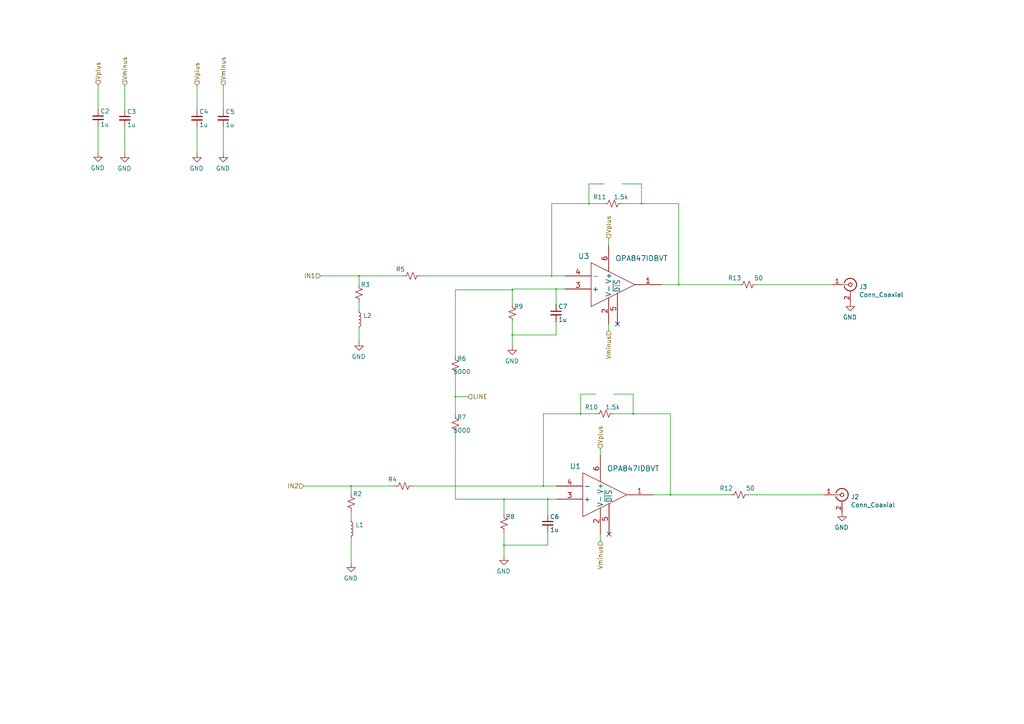
<source format=kicad_sch>
(kicad_sch (version 20211123) (generator eeschema)
  (paper "A4")
  (lib_symbols
    (symbol "Connector:Conn_Coaxial" (pin_names hide)
      (property "Reference" "J" (at 0.254 3.048 0))
      (property "Value" "Conn_Coaxial" (at 2.921 0 90))
      (symbol "Conn_Coaxial_0_1"
        (arc (start -1.778 -0.508) (mid 0.2311 -1.8066) (end 1.778 0) (stroke (width 0.254)))
        (polyline (pts (xy -2.54 0) (xy -0.508 0)))
        (polyline (pts (xy 0 -2.54) (xy 0 -1.778)))
        (circle (center 0 0) (radius 0.508) (stroke (width 0.2032)))
        (arc (start 1.778 0) (mid 0.2099 1.8101) (end -1.778 0.508) (stroke (width 0.254)))
      )
      (symbol "Conn_Coaxial_1_1"
        (pin passive line (at -5.08 0 0) (length 2.54) (name "In") (number "1"))
        (pin passive line (at 0 -5.08 90) (length 2.54) (name "Ext") (number "2"))
      )
    )
    (symbol "Device:C_Small" (pin_numbers hide) (pin_names (offset 0.254) hide)
      (property "Reference" "C" (at 0.254 1.778 0))
      (property "Value" "C_Small" (at 0.254 -2.032 0))
      (symbol "C_Small_0_1"
        (polyline (pts (xy -1.524 -0.508) (xy 1.524 -0.508)) (stroke (width 0.3302)))
        (polyline (pts (xy -1.524 0.508) (xy 1.524 0.508)) (stroke (width 0.3048)))
      )
      (symbol "C_Small_1_1"
        (pin passive line (at 0 2.54 270) (length 2.032) (name "~") (number "1"))
        (pin passive line (at 0 -2.54 90) (length 2.032) (name "~") (number "2"))
      )
    )
    (symbol "Device:L_Small" (pin_numbers hide) (pin_names (offset 0.254) hide)
      (property "Reference" "L" (at 0.762 1.016 0))
      (property "Value" "L_Small" (at 0.762 -1.016 0))
      (symbol "L_Small_0_1"
        (arc (start 0 -2.032) (mid 0.508 -1.524) (end 0 -1.016))
        (arc (start 0 -1.016) (mid 0.508 -0.508) (end 0 0))
        (arc (start 0 0) (mid 0.508 0.508) (end 0 1.016))
        (arc (start 0 1.016) (mid 0.508 1.524) (end 0 2.032))
      )
      (symbol "L_Small_1_1"
        (pin passive line (at 0 2.54 270) (length 0.508) (name "~") (number "1"))
        (pin passive line (at 0 -2.54 90) (length 0.508) (name "~") (number "2"))
      )
    )
    (symbol "Device:R_Small_US" (pin_numbers hide) (pin_names (offset 0.254) hide)
      (property "Reference" "R" (at 0.762 0.508 0))
      (property "Value" "R_Small_US" (at 0.762 -1.016 0))
      (symbol "R_Small_US_1_1"
        (polyline (pts (xy 0 0) (xy 1.016 -0.381) (xy 0 -0.762) (xy -1.016 -1.143) (xy 0 -1.524)))
        (polyline (pts (xy 0 1.524) (xy 1.016 1.143) (xy 0 0.762) (xy -1.016 0.381) (xy 0 0)))
        (pin passive line (at 0 2.54 270) (length 1.016) (name "~") (number "1"))
        (pin passive line (at 0 -2.54 90) (length 1.016) (name "~") (number "2"))
      )
    )
    (symbol "OPA847:OPA847IDBVT" (pin_names (offset 0.254))
      (property "Reference" "U" (at 6.35 39.37 0))
      (property "Value" "OPA847IDBVT" (at 22.86 39.37 0))
      (symbol "OPA847IDBVT_1_0"
        (pin unspecified line (at 16.51 20.32 90) (length 8.89) (name "~{DIS}") (number "5"))
      )
      (symbol "OPA847IDBVT_1_1"
        (polyline (pts (xy 8.89 25.4) (xy 8.89 38.1) (xy 21.59 31.75) (xy 8.89 25.4)))
        (pin output line (at 29.21 31.75 180) (length 7.62) (name "~") (number "1"))
        (pin power_in line (at 13.97 20.32 90) (length 7.62) (name "V-") (number "2"))
        (pin input line (at 1.27 30.48 0) (length 7.62) (name "+") (number "3"))
        (pin input line (at 1.27 34.29 0) (length 7.62) (name "-") (number "4"))
        (pin power_in line (at 13.97 43.18 270) (length 7.62) (name "V+") (number "6"))
      )
    )
    (symbol "power:GND" (power) (pin_names (offset 0))
      (property "Value" "GND" (at 0 -3.81 0))
      (symbol "GND_0_1"
        (polyline (pts (xy 0 0) (xy 0 -1.27) (xy 1.27 -1.27) (xy 0 -2.54) (xy -1.27 -1.27) (xy 0 -1.27)))
      )
      (symbol "GND_1_1"
        (pin power_in line (at 0 0 270) (length 0) hide (name "GND") (number "1"))
      )
    )
  )
  (junction (at 157.607 140.97) (diameter 0.3048))
  (junction (at 186.055 59.055) (diameter 0.3048))
  (junction (at 168.402 120.015) (diameter 0.3048))
  (junction (at 183.642 120.015) (diameter 0.3048))
  (junction (at 104.14 80.01) (diameter 0.3048))
  (junction (at 196.85 82.55) (diameter 0.3048))
  (junction (at 158.877 144.78) (diameter 0.3048))
  (junction (at 161.29 83.82) (diameter 0.3048))
  (junction (at 146.177 144.78) (diameter 0.3048))
  (junction (at 146.177 158.115) (diameter 0.3048))
  (junction (at 160.02 80.01) (diameter 0.3048))
  (junction (at 194.437 143.51) (diameter 0.3048))
  (junction (at 148.59 84.074) (diameter 0.3048))
  (junction (at 148.59 97.155) (diameter 0.3048))
  (junction (at 132.08 115.062) (diameter 0.3048))
  (junction (at 170.815 59.055) (diameter 0.3048))
  (junction (at 101.854 140.97) (diameter 0.3048))
  (no_connect (at 179.07 93.98))
  (no_connect (at 176.657 154.94))
  (wire (pts (xy 194.437 143.51) (xy 189.357 143.51)))
  (wire (pts (xy 174.117 132.08) (xy 174.117 130.175)))
  (wire (pts (xy 186.055 53.34) (xy 186.055 59.055)))
  (wire (pts (xy 148.59 97.155) (xy 161.29 97.155)))
  (wire (pts (xy 158.877 144.78) (xy 161.417 144.78)))
  (wire (pts (xy 104.14 82.55) (xy 104.14 80.01)))
  (wire (pts (xy 88.138 140.97) (xy 101.854 140.97)))
  (wire (pts (xy 176.53 71.12) (xy 176.53 69.215)))
  (wire (pts (xy 180.34 53.34) (xy 186.055 53.34)))
  (wire (pts (xy 177.927 114.3) (xy 183.642 114.3)))
  (wire (pts (xy 168.402 120.015) (xy 168.402 114.3)))
  (wire (pts (xy 104.14 90.17) (xy 104.14 87.63)))
  (wire (pts (xy 132.08 84.074) (xy 148.59 84.074)))
  (wire (pts (xy 101.854 140.97) (xy 101.854 143.256)))
  (wire (pts (xy 183.642 120.015) (xy 194.437 120.015)))
  (wire (pts (xy 157.607 120.015) (xy 157.607 140.97)))
  (wire (pts (xy 194.437 143.51) (xy 211.963 143.51)))
  (wire (pts (xy 28.448 24.638) (xy 28.448 31.623)))
  (wire (pts (xy 170.815 59.055) (xy 170.815 53.34)))
  (wire (pts (xy 148.59 97.155) (xy 148.59 100.33)))
  (wire (pts (xy 180.34 59.055) (xy 186.055 59.055)))
  (wire (pts (xy 176.53 95.885) (xy 176.53 93.98)))
  (wire (pts (xy 168.402 120.015) (xy 157.607 120.015)))
  (wire (pts (xy 168.402 114.3) (xy 172.847 114.3)))
  (wire (pts (xy 170.815 53.34) (xy 175.26 53.34)))
  (wire (pts (xy 219.456 82.55) (xy 241.554 82.55)))
  (wire (pts (xy 148.59 88.265) (xy 148.59 84.074)))
  (wire (pts (xy 194.437 120.015) (xy 194.437 143.51)))
  (wire (pts (xy 132.08 144.78) (xy 146.177 144.78)))
  (wire (pts (xy 146.177 144.78) (xy 158.877 144.78)))
  (wire (pts (xy 146.177 158.115) (xy 158.877 158.115)))
  (wire (pts (xy 160.02 80.01) (xy 163.83 80.01)))
  (wire (pts (xy 119.634 140.97) (xy 157.607 140.97)))
  (wire (pts (xy 157.607 140.97) (xy 161.417 140.97)))
  (wire (pts (xy 28.448 36.703) (xy 28.448 44.323)))
  (wire (pts (xy 57.15 24.765) (xy 57.15 31.75)))
  (wire (pts (xy 196.85 82.55) (xy 214.376 82.55)))
  (wire (pts (xy 161.29 83.82) (xy 163.83 83.82)))
  (wire (pts (xy 146.177 154.305) (xy 146.177 158.115)))
  (wire (pts (xy 161.29 88.265) (xy 161.29 83.82)))
  (wire (pts (xy 177.927 120.015) (xy 183.642 120.015)))
  (wire (pts (xy 101.854 140.97) (xy 114.554 140.97)))
  (wire (pts (xy 101.854 155.956) (xy 101.854 163.322)))
  (wire (pts (xy 160.02 59.055) (xy 160.02 80.01)))
  (wire (pts (xy 148.59 93.345) (xy 148.59 97.155)))
  (wire (pts (xy 104.14 95.25) (xy 104.14 99.06)))
  (wire (pts (xy 196.85 59.055) (xy 196.85 82.55)))
  (wire (pts (xy 132.08 115.062) (xy 135.636 115.062)))
  (wire (pts (xy 160.02 80.01) (xy 121.92 80.01)))
  (wire (pts (xy 101.854 148.336) (xy 101.854 150.876)))
  (wire (pts (xy 174.117 156.845) (xy 174.117 154.94)))
  (wire (pts (xy 183.642 114.3) (xy 183.642 120.015)))
  (wire (pts (xy 158.877 158.115) (xy 158.877 154.305)))
  (wire (pts (xy 170.815 59.055) (xy 160.02 59.055)))
  (wire (pts (xy 132.08 120.396) (xy 132.08 115.062)))
  (wire (pts (xy 148.59 84.074) (xy 148.59 83.82)))
  (wire (pts (xy 132.08 125.476) (xy 132.08 144.78)))
  (wire (pts (xy 132.08 84.074) (xy 132.08 103.378)))
  (wire (pts (xy 36.195 24.765) (xy 36.195 31.75)))
  (wire (pts (xy 172.847 120.015) (xy 168.402 120.015)))
  (wire (pts (xy 161.29 97.155) (xy 161.29 93.345)))
  (wire (pts (xy 196.85 82.55) (xy 191.77 82.55)))
  (wire (pts (xy 146.177 144.78) (xy 146.177 149.225)))
  (wire (pts (xy 146.177 158.115) (xy 146.177 161.29)))
  (wire (pts (xy 64.77 36.83) (xy 64.77 44.45)))
  (wire (pts (xy 175.26 59.055) (xy 170.815 59.055)))
  (wire (pts (xy 158.877 149.225) (xy 158.877 144.78)))
  (wire (pts (xy 64.77 24.765) (xy 64.77 31.75)))
  (wire (pts (xy 186.055 59.055) (xy 196.85 59.055)))
  (wire (pts (xy 217.043 143.51) (xy 239.141 143.51)))
  (wire (pts (xy 132.08 108.458) (xy 132.08 115.062)))
  (wire (pts (xy 92.964 80.01) (xy 104.14 80.01)))
  (wire (pts (xy 104.14 80.01) (xy 116.84 80.01)))
  (wire (pts (xy 36.195 36.83) (xy 36.195 44.45)))
  (wire (pts (xy 57.15 36.83) (xy 57.15 44.45)))
  (wire (pts (xy 148.59 83.82) (xy 161.29 83.82)))
  (hierarchical_label "Vplus" (shape input) (at 174.117 130.175 90))
  (hierarchical_label "Vminus" (shape input) (at 36.195 24.765 90))
  (hierarchical_label "Vminus" (shape input) (at 64.77 24.765 90))
  (hierarchical_label "Vplus" (shape input) (at 57.15 24.765 90))
  (hierarchical_label "Vplus" (shape input) (at 176.53 69.215 90))
  (hierarchical_label "Vminus" (shape input) (at 174.117 156.845 270))
  (hierarchical_label "IN1" (shape input) (at 92.964 80.01 180))
  (hierarchical_label "IN2" (shape input) (at 88.138 140.97 180))
  (hierarchical_label "LINE" (shape input) (at 135.636 115.062 0))
  (hierarchical_label "Vminus" (shape input) (at 176.53 95.885 270))
  (hierarchical_label "Vplus" (shape input) (at 28.448 24.638 90))
  (symbol (lib_id "power:GND") (at 148.59 100.33 0) (mirror y) (unit 1)
    (property "Reference" "#PWR0102" (effects hide))
    (property "Value" "GND" (at 148.463 104.7242 0))
  )
  (symbol (lib_id "Device:L_Small") (at 104.14 92.71 0) (unit 1)
    (property "Reference" "L2" (at 105.3592 91.5416 0) (effects (justify left)))
  )
  (symbol (lib_id "power:GND") (at 244.221 148.59 0) (mirror y) (unit 1)
    (property "Reference" "#PWR0119" (effects hide))
    (property "Value" "GND" (at 244.094 152.9842 0))
  )
  (symbol (lib_id "Device:R_Small_US") (at 104.14 85.09 180) (unit 1)
    (property "Reference" "R3" (at 107.315 82.55 0) (effects (justify left)))
    (property "Footprint" "R_0402_1005Metric" (effects hide))
  )
  (symbol (lib_id "Device:C_Small") (at 57.15 34.29 0) (unit 1)
    (property "Reference" "C4" (at 57.785 32.385 0) (effects (justify left)))
    (property "Value" "1u" (at 57.785 36.195 0) (effects (justify left)))
    (property "Footprint" "C_0402_1005Metric" (effects hide))
  )
  (symbol (lib_id "power:GND") (at 146.177 161.29 0) (mirror y) (unit 1)
    (property "Reference" "#PWR0118" (effects hide))
    (property "Value" "GND" (at 146.05 165.6842 0))
  )
  (symbol (lib_id "power:GND") (at 64.77 44.45 0) (mirror y) (unit 1)
    (property "Reference" "#PWR0113" (effects hide))
    (property "Value" "GND" (at 64.643 48.8442 0))
  )
  (symbol (lib_id "Device:C_Small") (at 158.877 151.765 0) (unit 1)
    (property "Reference" "C6" (at 159.512 149.86 0) (effects (justify left)))
    (property "Value" "1u" (at 159.512 153.67 0) (effects (justify left)))
    (property "Footprint" "C_0402_1005Metric" (effects hide))
  )
  (symbol (lib_id "Device:R_Small_US") (at 177.8 59.055 90) (unit 1)
    (property "Reference" "R11" (at 175.895 57.15 90) (effects (justify left)))
    (property "Value" "1.5k" (at 182.245 57.15 90) (effects (justify left)))
    (property "Footprint" "R_0402_1005Metric" (effects hide))
  )
  (symbol (lib_id "Device:L_Small") (at 101.854 153.416 0) (unit 1)
    (property "Reference" "L1" (at 103.0732 152.2476 0) (effects (justify left)))
  )
  (symbol (lib_id "Device:R_Small_US") (at 132.08 122.936 180) (unit 1)
    (property "Reference" "R7" (at 135.255 121.031 0) (effects (justify left)))
    (property "Value" "5000" (at 136.525 124.841 0) (effects (justify left)))
    (property "Footprint" "R_0402_1005Metric" (effects hide))
  )
  (symbol (lib_id "Device:R_Small_US") (at 146.177 151.765 180) (unit 1)
    (property "Reference" "R8" (at 149.352 149.86 0) (effects (justify left)))
  )
  (symbol (lib_id "power:GND") (at 36.195 44.45 0) (mirror y) (unit 1)
    (property "Reference" "#PWR0109" (effects hide))
    (property "Value" "GND" (at 36.068 48.8442 0))
  )
  (symbol (lib_id "Device:R_Small_US") (at 117.094 140.97 90) (unit 1)
    (property "Reference" "R4" (at 115.189 139.065 90) (effects (justify left)))
  )
  (symbol (lib_id "Device:R_Small_US") (at 175.387 120.015 90) (unit 1)
    (property "Reference" "R10" (at 173.482 118.11 90) (effects (justify left)))
    (property "Value" "1.5k" (at 179.832 118.11 90) (effects (justify left)))
    (property "Footprint" "R_0402_1005Metric" (effects hide))
  )
  (symbol (lib_id "Device:R_Small_US") (at 101.854 145.796 180) (unit 1)
    (property "Reference" "R2" (at 105.029 143.256 0) (effects (justify left)))
    (property "Footprint" "R_0402_1005Metric" (effects hide))
  )
  (symbol (lib_id "Connector:Conn_Coaxial") (at 244.221 143.51 0) (unit 1)
    (property "Reference" "J2" (at 246.761 144.145 0) (effects (justify left)))
    (property "Value" "Conn_Coaxial" (at 246.761 146.4564 0) (effects (justify left)))
    (property "Footprint" "Connector_Coaxial:SMB_Jack_Vertical" (effects hide))
    (property "Datasheet" " ~" (effects hide))
    (property "Digikey" "WM5528-ND" (effects hide))
  )
  (symbol (lib_id "Device:C_Small") (at 64.77 34.29 0) (unit 1)
    (property "Reference" "C5" (at 65.405 32.385 0) (effects (justify left)))
    (property "Value" "1u" (at 65.405 36.195 0) (effects (justify left)))
    (property "Footprint" "C_0402_1005Metric" (effects hide))
  )
  (symbol (lib_id "OPA847:OPA847IDBVT") (at 162.56 114.3 0) (unit 1)
    (property "Reference" "U3" (at 167.64 74.295 0) (effects (font (size 1.524 1.524)) (justify left)))
    (property "Value" "OPA847IDBVT" (at 178.435 74.93 0) (effects (font (size 1.524 1.524)) (justify left)))
    (property "Footprint" "footprints:OPA847IDBVT" (effects hide))
  )
  (symbol (lib_id "Device:R_Small_US") (at 214.503 143.51 90) (unit 1)
    (property "Reference" "R12" (at 212.598 141.605 90) (effects (justify left)))
    (property "Value" "50" (at 218.948 141.605 90) (effects (justify left)))
    (property "Footprint" "R_0402_1005Metric" (effects hide))
  )
  (symbol (lib_id "Device:R_Small_US") (at 132.08 105.918 180) (unit 1)
    (property "Reference" "R6" (at 135.255 104.013 0) (effects (justify left)))
    (property "Value" "5000" (at 136.525 107.823 0) (effects (justify left)))
    (property "Footprint" "R_0402_1005Metric" (effects hide))
  )
  (symbol (lib_id "Device:C_Small") (at 36.195 34.29 0) (unit 1)
    (property "Reference" "C3" (at 36.83 32.385 0) (effects (justify left)))
    (property "Value" "1u" (at 36.83 36.195 0) (effects (justify left)))
    (property "Footprint" "C_0402_1005Metric" (effects hide))
  )
  (symbol (lib_id "Device:R_Small_US") (at 216.916 82.55 90) (unit 1)
    (property "Reference" "R13" (at 215.011 80.645 90) (effects (justify left)))
    (property "Value" "50" (at 221.361 80.645 90) (effects (justify left)))
    (property "Footprint" "R_0402_1005Metric" (effects hide))
  )
  (symbol (lib_id "power:GND") (at 246.634 87.63 0) (mirror y) (unit 1)
    (property "Reference" "#PWR0121" (effects hide))
    (property "Value" "GND" (at 246.507 92.0242 0))
  )
  (symbol (lib_id "power:GND") (at 104.14 99.06 0) (mirror y) (unit 1)
    (property "Reference" "#PWR0104" (effects hide))
    (property "Value" "GND" (at 104.013 103.4542 0))
  )
  (symbol (lib_id "Device:R_Small_US") (at 148.59 90.805 180) (unit 1)
    (property "Reference" "R9" (at 151.765 88.9 0) (effects (justify left)))
    (property "Footprint" "R_0402_1005Metric" (effects hide))
  )
  (symbol (lib_id "power:GND") (at 28.448 44.323 0) (mirror y) (unit 1)
    (property "Reference" "#PWR0111" (effects hide))
    (property "Value" "GND" (at 28.321 48.7172 0))
  )
  (symbol (lib_id "Device:R_Small_US") (at 119.38 80.01 90) (unit 1)
    (property "Reference" "R5" (at 117.475 78.105 90) (effects (justify left)))
  )
  (symbol (lib_id "Device:C_Small") (at 28.448 34.163 0) (unit 1)
    (property "Reference" "C2" (at 29.083 32.258 0) (effects (justify left)))
    (property "Value" "1u" (at 29.083 36.068 0) (effects (justify left)))
    (property "Footprint" "C_0402_1005Metric" (effects hide))
  )
  (symbol (lib_id "power:GND") (at 57.15 44.45 0) (mirror y) (unit 1)
    (property "Reference" "#PWR0112" (effects hide))
    (property "Value" "GND" (at 57.023 48.8442 0))
  )
  (symbol (lib_id "Connector:Conn_Coaxial") (at 246.634 82.55 0) (unit 1)
    (property "Reference" "J3" (at 249.174 83.185 0) (effects (justify left)))
    (property "Value" "Conn_Coaxial" (at 249.174 85.4964 0) (effects (justify left)))
    (property "Footprint" "Connector_Coaxial:SMB_Jack_Vertical" (effects hide))
    (property "Datasheet" " ~" (effects hide))
    (property "Digikey" "WM5528-ND" (effects hide))
  )
  (symbol (lib_id "power:GND") (at 101.854 163.322 0) (mirror y) (unit 1)
    (property "Reference" "#PWR0105" (effects hide))
    (property "Value" "GND" (at 101.727 167.7162 0))
  )
  (symbol (lib_id "Device:C_Small") (at 161.29 90.805 0) (unit 1)
    (property "Reference" "C7" (at 161.925 88.9 0) (effects (justify left)))
    (property "Value" "1u" (at 161.925 92.71 0) (effects (justify left)))
    (property "Footprint" "C_0402_1005Metric" (effects hide))
  )
  (symbol (lib_id "OPA847:OPA847IDBVT") (at 160.147 175.26 0) (unit 1)
    (property "Reference" "U1" (at 165.227 135.255 0) (effects (font (size 1.524 1.524)) (justify left)))
    (property "Value" "OPA847IDBVT" (at 176.022 135.89 0) (effects (font (size 1.524 1.524)) (justify left)))
    (property "Footprint" "footprints:OPA847IDBVT" (effects hide))
  )
)
</source>
